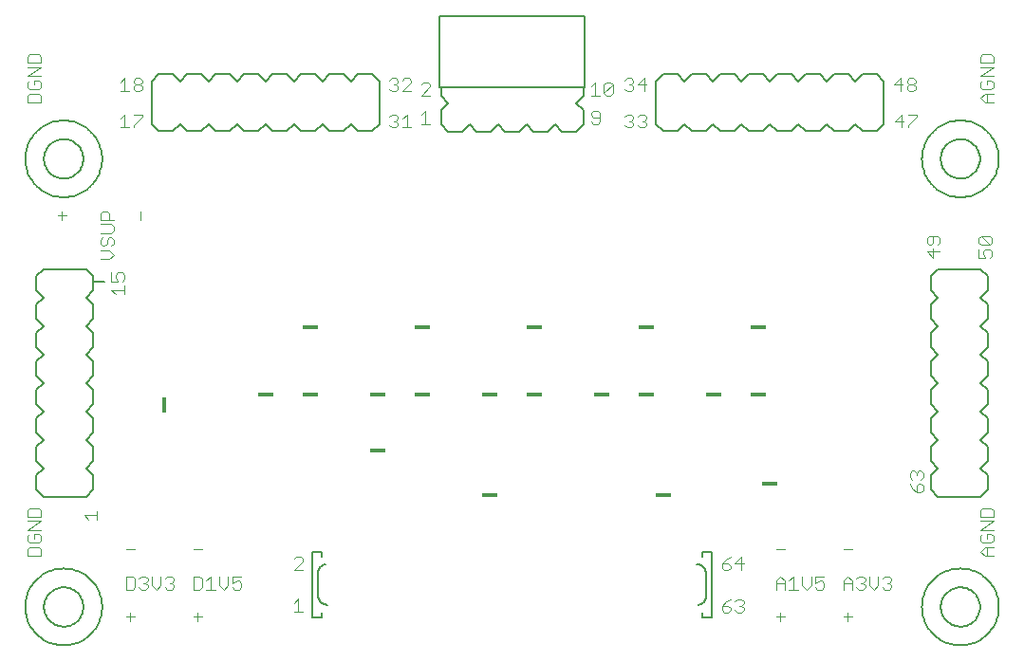
<source format=gto>
G75*
G70*
%OFA0B0*%
%FSLAX24Y24*%
%IPPOS*%
%LPD*%
%AMOC8*
5,1,8,0,0,1.08239X$1,22.5*
%
%ADD10C,0.0040*%
%ADD11C,0.0080*%
%ADD12C,0.0060*%
%ADD13R,0.0160X0.0560*%
%ADD14R,0.0560X0.0160*%
D10*
X004295Y001769D02*
X004602Y001769D01*
X004448Y001923D02*
X004448Y001616D01*
X004525Y002720D02*
X004602Y002797D01*
X004602Y003104D01*
X004525Y003181D01*
X004295Y003181D01*
X004295Y002720D01*
X004525Y002720D01*
X004755Y002797D02*
X004832Y002720D01*
X004985Y002720D01*
X005062Y002797D01*
X005062Y002874D01*
X004985Y002950D01*
X004909Y002950D01*
X004985Y002950D02*
X005062Y003027D01*
X005062Y003104D01*
X004985Y003181D01*
X004832Y003181D01*
X004755Y003104D01*
X005216Y003181D02*
X005216Y002874D01*
X005369Y002720D01*
X005523Y002874D01*
X005523Y003181D01*
X005676Y003104D02*
X005753Y003181D01*
X005906Y003181D01*
X005983Y003104D01*
X005983Y003027D01*
X005906Y002950D01*
X005983Y002874D01*
X005983Y002797D01*
X005906Y002720D01*
X005753Y002720D01*
X005676Y002797D01*
X005829Y002950D02*
X005906Y002950D01*
X006657Y002720D02*
X006887Y002720D01*
X006964Y002797D01*
X006964Y003104D01*
X006887Y003181D01*
X006657Y003181D01*
X006657Y002720D01*
X007118Y002720D02*
X007424Y002720D01*
X007271Y002720D02*
X007271Y003181D01*
X007118Y003027D01*
X007578Y002874D02*
X007731Y002720D01*
X007885Y002874D01*
X007885Y003181D01*
X008038Y003181D02*
X008038Y002950D01*
X008192Y003027D01*
X008268Y003027D01*
X008345Y002950D01*
X008345Y002797D01*
X008268Y002720D01*
X008115Y002720D01*
X008038Y002797D01*
X008038Y003181D02*
X008345Y003181D01*
X007578Y003181D02*
X007578Y002874D01*
X006811Y001923D02*
X006811Y001616D01*
X006964Y001769D02*
X006657Y001769D01*
X006657Y004131D02*
X006964Y004131D01*
X004602Y004131D02*
X004295Y004131D01*
X003290Y005181D02*
X003290Y005488D01*
X003290Y005334D02*
X002830Y005334D01*
X002984Y005181D01*
X001302Y005129D02*
X000842Y005129D01*
X000842Y005282D02*
X000842Y005512D01*
X000919Y005589D01*
X001226Y005589D01*
X001302Y005512D01*
X001302Y005282D01*
X000842Y005282D01*
X000842Y004822D02*
X001302Y005129D01*
X001302Y004822D02*
X000842Y004822D01*
X000919Y004669D02*
X000842Y004592D01*
X000842Y004438D01*
X000919Y004362D01*
X001226Y004362D01*
X001302Y004438D01*
X001302Y004592D01*
X001226Y004669D01*
X001072Y004669D01*
X001072Y004515D01*
X000919Y004208D02*
X000842Y004131D01*
X000842Y003901D01*
X001302Y003901D01*
X001302Y004131D01*
X001226Y004208D01*
X000919Y004208D01*
X010200Y003793D02*
X010277Y003869D01*
X010431Y003869D01*
X010507Y003793D01*
X010507Y003716D01*
X010200Y003409D01*
X010507Y003409D01*
X010354Y002393D02*
X010354Y001933D01*
X010507Y001933D02*
X010200Y001933D01*
X010200Y002240D02*
X010354Y002393D01*
X025225Y002155D02*
X025225Y002002D01*
X025301Y001925D01*
X025455Y001925D01*
X025531Y002002D01*
X025531Y002078D01*
X025455Y002155D01*
X025225Y002155D01*
X025378Y002309D01*
X025531Y002385D01*
X025685Y002309D02*
X025762Y002385D01*
X025915Y002385D01*
X025992Y002309D01*
X025992Y002232D01*
X025915Y002155D01*
X025992Y002078D01*
X025992Y002002D01*
X025915Y001925D01*
X025762Y001925D01*
X025685Y002002D01*
X025838Y002155D02*
X025915Y002155D01*
X027130Y001769D02*
X027436Y001769D01*
X027283Y001616D02*
X027283Y001923D01*
X027130Y002720D02*
X027130Y003027D01*
X027283Y003181D01*
X027436Y003027D01*
X027436Y002720D01*
X027590Y002720D02*
X027897Y002720D01*
X027743Y002720D02*
X027743Y003181D01*
X027590Y003027D01*
X027436Y002950D02*
X027130Y002950D01*
X028050Y002874D02*
X028204Y002720D01*
X028357Y002874D01*
X028357Y003181D01*
X028511Y003181D02*
X028511Y002950D01*
X028664Y003027D01*
X028741Y003027D01*
X028818Y002950D01*
X028818Y002797D01*
X028741Y002720D01*
X028587Y002720D01*
X028511Y002797D01*
X028511Y003181D02*
X028818Y003181D01*
X029492Y003027D02*
X029492Y002720D01*
X029492Y002950D02*
X029799Y002950D01*
X029799Y003027D02*
X029799Y002720D01*
X029952Y002797D02*
X030029Y002720D01*
X030182Y002720D01*
X030259Y002797D01*
X030259Y002874D01*
X030182Y002950D01*
X030106Y002950D01*
X030182Y002950D02*
X030259Y003027D01*
X030259Y003104D01*
X030182Y003181D01*
X030029Y003181D01*
X029952Y003104D01*
X029799Y003027D02*
X029645Y003181D01*
X029492Y003027D01*
X030413Y002874D02*
X030566Y002720D01*
X030719Y002874D01*
X030719Y003181D01*
X030873Y003104D02*
X030950Y003181D01*
X031103Y003181D01*
X031180Y003104D01*
X031180Y003027D01*
X031103Y002950D01*
X031180Y002874D01*
X031180Y002797D01*
X031103Y002720D01*
X030950Y002720D01*
X030873Y002797D01*
X031026Y002950D02*
X031103Y002950D01*
X030413Y002874D02*
X030413Y003181D01*
X029799Y004131D02*
X029492Y004131D01*
X028050Y003181D02*
X028050Y002874D01*
X027436Y004131D02*
X027130Y004131D01*
X025992Y003631D02*
X025685Y003631D01*
X025915Y003862D01*
X025915Y003401D01*
X025531Y003478D02*
X025531Y003555D01*
X025455Y003631D01*
X025225Y003631D01*
X025225Y003478D01*
X025301Y003401D01*
X025455Y003401D01*
X025531Y003478D01*
X025225Y003631D02*
X025378Y003785D01*
X025531Y003862D01*
X029492Y001769D02*
X029799Y001769D01*
X029645Y001923D02*
X029645Y001616D01*
X034306Y004055D02*
X034460Y003901D01*
X034767Y003901D01*
X034537Y003901D02*
X034537Y004208D01*
X034460Y004208D02*
X034767Y004208D01*
X034690Y004362D02*
X034767Y004438D01*
X034767Y004592D01*
X034690Y004669D01*
X034537Y004669D01*
X034537Y004515D01*
X034690Y004362D02*
X034383Y004362D01*
X034306Y004438D01*
X034306Y004592D01*
X034383Y004669D01*
X034306Y004822D02*
X034767Y005129D01*
X034306Y005129D01*
X034306Y005282D02*
X034306Y005512D01*
X034383Y005589D01*
X034690Y005589D01*
X034767Y005512D01*
X034767Y005282D01*
X034306Y005282D01*
X034306Y004822D02*
X034767Y004822D01*
X034460Y004208D02*
X034306Y004055D01*
X032218Y006130D02*
X032064Y006130D01*
X032064Y006360D01*
X032141Y006437D01*
X032218Y006437D01*
X032294Y006360D01*
X032294Y006207D01*
X032218Y006130D01*
X032064Y006130D02*
X031911Y006284D01*
X031834Y006437D01*
X031911Y006590D02*
X031834Y006667D01*
X031834Y006821D01*
X031911Y006897D01*
X031987Y006897D01*
X032064Y006821D01*
X032141Y006897D01*
X032218Y006897D01*
X032294Y006821D01*
X032294Y006667D01*
X032218Y006590D01*
X032064Y006744D02*
X032064Y006821D01*
X032655Y014388D02*
X032655Y014695D01*
X032578Y014848D02*
X032501Y014848D01*
X032425Y014925D01*
X032425Y015079D01*
X032501Y015155D01*
X032808Y015155D01*
X032885Y015079D01*
X032885Y014925D01*
X032808Y014848D01*
X032655Y014925D02*
X032655Y015155D01*
X032655Y014925D02*
X032578Y014848D01*
X032425Y014618D02*
X032655Y014388D01*
X032885Y014618D02*
X032425Y014618D01*
X034255Y014686D02*
X034255Y014379D01*
X034485Y014379D01*
X034409Y014533D01*
X034409Y014609D01*
X034485Y014686D01*
X034639Y014686D01*
X034716Y014609D01*
X034716Y014456D01*
X034639Y014379D01*
X034639Y014840D02*
X034332Y015147D01*
X034639Y015147D01*
X034716Y015070D01*
X034716Y014916D01*
X034639Y014840D01*
X034332Y014840D01*
X034255Y014916D01*
X034255Y015070D01*
X034332Y015147D01*
X031763Y018960D02*
X031763Y019037D01*
X032070Y019344D01*
X032070Y019421D01*
X031763Y019421D01*
X031533Y019421D02*
X031303Y019190D01*
X031610Y019190D01*
X031533Y018960D02*
X031533Y019421D01*
X031494Y020240D02*
X031494Y020700D01*
X031263Y020470D01*
X031570Y020470D01*
X031724Y020393D02*
X031801Y020470D01*
X031954Y020470D01*
X032031Y020393D01*
X032031Y020317D01*
X031954Y020240D01*
X031801Y020240D01*
X031724Y020317D01*
X031724Y020393D01*
X031801Y020470D02*
X031724Y020547D01*
X031724Y020623D01*
X031801Y020700D01*
X031954Y020700D01*
X032031Y020623D01*
X032031Y020547D01*
X031954Y020470D01*
X034306Y020537D02*
X034306Y020383D01*
X034383Y020306D01*
X034690Y020306D01*
X034767Y020383D01*
X034767Y020537D01*
X034690Y020613D01*
X034537Y020613D01*
X034537Y020460D01*
X034383Y020613D02*
X034306Y020537D01*
X034306Y020767D02*
X034767Y021074D01*
X034306Y021074D01*
X034306Y021227D02*
X034306Y021457D01*
X034383Y021534D01*
X034690Y021534D01*
X034767Y021457D01*
X034767Y021227D01*
X034306Y021227D01*
X034306Y020767D02*
X034767Y020767D01*
X034767Y020153D02*
X034460Y020153D01*
X034306Y020000D01*
X034460Y019846D01*
X034767Y019846D01*
X034537Y019846D02*
X034537Y020153D01*
X022582Y020470D02*
X022275Y020470D01*
X022505Y020700D01*
X022505Y020240D01*
X022122Y020317D02*
X022045Y020240D01*
X021891Y020240D01*
X021815Y020317D01*
X021968Y020470D02*
X022045Y020470D01*
X022122Y020393D01*
X022122Y020317D01*
X022045Y020470D02*
X022122Y020547D01*
X022122Y020623D01*
X022045Y020700D01*
X021891Y020700D01*
X021815Y020623D01*
X021395Y020472D02*
X021088Y020165D01*
X021165Y020088D01*
X021318Y020088D01*
X021395Y020165D01*
X021395Y020472D01*
X021318Y020549D01*
X021165Y020549D01*
X021088Y020472D01*
X021088Y020165D01*
X020935Y020088D02*
X020628Y020088D01*
X020781Y020088D02*
X020781Y020549D01*
X020628Y020395D01*
X020704Y019549D02*
X020628Y019472D01*
X020628Y019395D01*
X020704Y019318D01*
X020935Y019318D01*
X020935Y019165D02*
X020935Y019472D01*
X020858Y019549D01*
X020704Y019549D01*
X020628Y019165D02*
X020704Y019088D01*
X020858Y019088D01*
X020935Y019165D01*
X021815Y019037D02*
X021891Y018960D01*
X022045Y018960D01*
X022122Y019037D01*
X022122Y019114D01*
X022045Y019190D01*
X021968Y019190D01*
X022045Y019190D02*
X022122Y019267D01*
X022122Y019344D01*
X022045Y019421D01*
X021891Y019421D01*
X021815Y019344D01*
X022275Y019344D02*
X022352Y019421D01*
X022505Y019421D01*
X022582Y019344D01*
X022582Y019267D01*
X022505Y019190D01*
X022582Y019114D01*
X022582Y019037D01*
X022505Y018960D01*
X022352Y018960D01*
X022275Y019037D01*
X022428Y019190D02*
X022505Y019190D01*
X014974Y019088D02*
X014667Y019088D01*
X014821Y019088D02*
X014821Y019549D01*
X014667Y019395D01*
X014161Y019421D02*
X014161Y018960D01*
X014314Y018960D02*
X014007Y018960D01*
X013854Y019037D02*
X013854Y019114D01*
X013777Y019190D01*
X013700Y019190D01*
X013777Y019190D02*
X013854Y019267D01*
X013854Y019344D01*
X013777Y019421D01*
X013624Y019421D01*
X013547Y019344D01*
X013547Y019037D02*
X013624Y018960D01*
X013777Y018960D01*
X013854Y019037D01*
X014007Y019267D02*
X014161Y019421D01*
X014314Y020240D02*
X014007Y020240D01*
X014314Y020547D01*
X014314Y020623D01*
X014237Y020700D01*
X014084Y020700D01*
X014007Y020623D01*
X013854Y020623D02*
X013854Y020547D01*
X013777Y020470D01*
X013854Y020393D01*
X013854Y020317D01*
X013777Y020240D01*
X013624Y020240D01*
X013547Y020317D01*
X013700Y020470D02*
X013777Y020470D01*
X013854Y020623D02*
X013777Y020700D01*
X013624Y020700D01*
X013547Y020623D01*
X014667Y020472D02*
X014744Y020549D01*
X014897Y020549D01*
X014974Y020472D01*
X014974Y020395D01*
X014667Y020088D01*
X014974Y020088D01*
X004865Y020317D02*
X004789Y020240D01*
X004635Y020240D01*
X004558Y020317D01*
X004558Y020393D01*
X004635Y020470D01*
X004789Y020470D01*
X004865Y020393D01*
X004865Y020317D01*
X004789Y020470D02*
X004865Y020547D01*
X004865Y020623D01*
X004789Y020700D01*
X004635Y020700D01*
X004558Y020623D01*
X004558Y020547D01*
X004635Y020470D01*
X004405Y020240D02*
X004098Y020240D01*
X004252Y020240D02*
X004252Y020700D01*
X004098Y020547D01*
X004252Y019421D02*
X004252Y018960D01*
X004405Y018960D02*
X004098Y018960D01*
X004098Y019267D02*
X004252Y019421D01*
X004558Y019421D02*
X004865Y019421D01*
X004865Y019344D01*
X004558Y019037D01*
X004558Y018960D01*
X001302Y019846D02*
X001302Y020076D01*
X001226Y020153D01*
X000919Y020153D01*
X000842Y020076D01*
X000842Y019846D01*
X001302Y019846D01*
X001226Y020306D02*
X000919Y020306D01*
X000842Y020383D01*
X000842Y020537D01*
X000919Y020613D01*
X001072Y020613D02*
X001072Y020460D01*
X001072Y020613D02*
X001226Y020613D01*
X001302Y020537D01*
X001302Y020383D01*
X001226Y020306D01*
X001302Y020767D02*
X000842Y020767D01*
X001302Y021074D01*
X000842Y021074D01*
X000842Y021227D02*
X000842Y021457D01*
X000919Y021534D01*
X001226Y021534D01*
X001302Y021457D01*
X001302Y021227D01*
X000842Y021227D01*
X002056Y016019D02*
X002056Y015712D01*
X001903Y015866D02*
X002210Y015866D01*
X003401Y015946D02*
X003401Y015715D01*
X003861Y015715D01*
X003708Y015715D02*
X003708Y015946D01*
X003631Y016022D01*
X003478Y016022D01*
X003401Y015946D01*
X003401Y015562D02*
X003785Y015562D01*
X003861Y015485D01*
X003861Y015332D01*
X003785Y015255D01*
X003401Y015255D01*
X003478Y015102D02*
X003401Y015025D01*
X003401Y014871D01*
X003478Y014795D01*
X003554Y014795D01*
X003631Y014871D01*
X003631Y015025D01*
X003708Y015102D01*
X003785Y015102D01*
X003861Y015025D01*
X003861Y014871D01*
X003785Y014795D01*
X003708Y014641D02*
X003401Y014641D01*
X003401Y014334D02*
X003708Y014334D01*
X003861Y014488D01*
X003708Y014641D01*
X003775Y013859D02*
X003775Y013553D01*
X004005Y013553D01*
X003928Y013706D01*
X003928Y013783D01*
X004005Y013859D01*
X004159Y013859D01*
X004235Y013783D01*
X004235Y013629D01*
X004159Y013553D01*
X004235Y013399D02*
X004235Y013092D01*
X004235Y013246D02*
X003775Y013246D01*
X003928Y013092D01*
X004812Y015712D02*
X004812Y016019D01*
D11*
X001421Y002110D02*
X001423Y002162D01*
X001429Y002214D01*
X001439Y002265D01*
X001452Y002315D01*
X001470Y002365D01*
X001491Y002412D01*
X001515Y002458D01*
X001544Y002502D01*
X001575Y002544D01*
X001609Y002583D01*
X001646Y002620D01*
X001686Y002653D01*
X001729Y002684D01*
X001773Y002711D01*
X001819Y002735D01*
X001868Y002755D01*
X001917Y002771D01*
X001968Y002784D01*
X002019Y002793D01*
X002071Y002798D01*
X002123Y002799D01*
X002175Y002796D01*
X002227Y002789D01*
X002278Y002778D01*
X002328Y002764D01*
X002377Y002745D01*
X002424Y002723D01*
X002469Y002698D01*
X002513Y002669D01*
X002554Y002637D01*
X002593Y002602D01*
X002628Y002564D01*
X002661Y002523D01*
X002691Y002481D01*
X002717Y002436D01*
X002740Y002389D01*
X002759Y002340D01*
X002775Y002290D01*
X002787Y002240D01*
X002795Y002188D01*
X002799Y002136D01*
X002799Y002084D01*
X002795Y002032D01*
X002787Y001980D01*
X002775Y001930D01*
X002759Y001880D01*
X002740Y001831D01*
X002717Y001784D01*
X002691Y001739D01*
X002661Y001697D01*
X002628Y001656D01*
X002593Y001618D01*
X002554Y001583D01*
X002513Y001551D01*
X002469Y001522D01*
X002424Y001497D01*
X002377Y001475D01*
X002328Y001456D01*
X002278Y001442D01*
X002227Y001431D01*
X002175Y001424D01*
X002123Y001421D01*
X002071Y001422D01*
X002019Y001427D01*
X001968Y001436D01*
X001917Y001449D01*
X001868Y001465D01*
X001819Y001485D01*
X001773Y001509D01*
X001729Y001536D01*
X001686Y001567D01*
X001646Y001600D01*
X001609Y001637D01*
X001575Y001676D01*
X001544Y001718D01*
X001515Y001762D01*
X001491Y001808D01*
X001470Y001855D01*
X001452Y001905D01*
X001439Y001955D01*
X001429Y002006D01*
X001423Y002058D01*
X001421Y002110D01*
X001399Y005984D02*
X002899Y005984D01*
X003149Y006234D01*
X003149Y006734D01*
X002899Y006984D01*
X003149Y007234D01*
X003149Y007734D01*
X002899Y007984D01*
X003149Y008234D01*
X003149Y008734D01*
X002899Y008984D01*
X003149Y009234D01*
X003149Y009734D01*
X002899Y009984D01*
X003149Y010234D01*
X003149Y010734D01*
X002899Y010984D01*
X003149Y011234D01*
X003149Y011734D01*
X002899Y011984D01*
X003149Y012234D01*
X003149Y012734D01*
X002899Y012984D01*
X003149Y013234D01*
X003149Y013734D01*
X002899Y013984D01*
X001399Y013984D01*
X001149Y013734D01*
X001149Y013234D01*
X001399Y012984D01*
X001149Y012734D01*
X001149Y012234D01*
X001399Y011984D01*
X001149Y011734D01*
X001149Y011234D01*
X001399Y010984D01*
X001149Y010734D01*
X001149Y010234D01*
X001399Y009984D01*
X001149Y009734D01*
X001149Y009234D01*
X001399Y008984D01*
X001149Y008734D01*
X001149Y008234D01*
X001399Y007984D01*
X001149Y007734D01*
X001149Y007234D01*
X001399Y006984D01*
X001149Y006734D01*
X001149Y006234D01*
X001399Y005984D01*
X010842Y004047D02*
X010842Y001747D01*
X011180Y001747D01*
X011180Y001913D01*
X011047Y002511D02*
X011047Y003299D01*
X011047Y003298D02*
X011046Y003331D01*
X011049Y003363D01*
X011056Y003394D01*
X011067Y003425D01*
X011080Y003454D01*
X011097Y003482D01*
X011117Y003507D01*
X011139Y003530D01*
X011164Y003551D01*
X011192Y003568D01*
X011221Y003583D01*
X011251Y003594D01*
X011282Y003601D01*
X011314Y003605D01*
X011173Y003881D02*
X011173Y004047D01*
X010842Y004047D01*
X011047Y002503D02*
X011049Y002470D01*
X011055Y002437D01*
X011064Y002405D01*
X011076Y002374D01*
X011092Y002344D01*
X011110Y002316D01*
X011132Y002291D01*
X011155Y002267D01*
X011182Y002247D01*
X011210Y002229D01*
X011240Y002214D01*
X011271Y002202D01*
X011304Y002194D01*
X011337Y002189D01*
X011370Y002188D01*
X024401Y002189D02*
X024433Y002193D01*
X024464Y002200D01*
X024494Y002211D01*
X024523Y002226D01*
X024551Y002243D01*
X024576Y002264D01*
X024598Y002287D01*
X024618Y002312D01*
X024635Y002340D01*
X024648Y002369D01*
X024659Y002400D01*
X024666Y002431D01*
X024669Y002463D01*
X024668Y002496D01*
X024669Y002495D02*
X024669Y003283D01*
X024669Y003291D02*
X024667Y003324D01*
X024661Y003357D01*
X024652Y003389D01*
X024640Y003420D01*
X024624Y003450D01*
X024606Y003478D01*
X024584Y003503D01*
X024561Y003527D01*
X024534Y003547D01*
X024506Y003565D01*
X024476Y003580D01*
X024445Y003592D01*
X024412Y003600D01*
X024379Y003605D01*
X024346Y003606D01*
X024535Y003881D02*
X024535Y004047D01*
X024889Y004047D01*
X024889Y001747D01*
X024543Y001747D01*
X024543Y001913D01*
X032566Y006234D02*
X032816Y005984D01*
X034316Y005984D01*
X034566Y006234D01*
X034566Y006734D01*
X034316Y006984D01*
X034566Y007234D01*
X034566Y007734D01*
X034316Y007984D01*
X034566Y008234D01*
X034566Y008734D01*
X034316Y008984D01*
X034566Y009234D01*
X034566Y009734D01*
X034316Y009984D01*
X034566Y010234D01*
X034566Y010734D01*
X034316Y010984D01*
X034566Y011234D01*
X034566Y011734D01*
X034316Y011984D01*
X034566Y012234D01*
X034566Y012734D01*
X034316Y012984D01*
X034566Y013234D01*
X034566Y013734D01*
X034316Y013984D01*
X032816Y013984D01*
X032566Y013734D01*
X032566Y013234D01*
X032816Y012984D01*
X032566Y012734D01*
X032566Y012234D01*
X032816Y011984D01*
X032566Y011734D01*
X032566Y011234D01*
X032816Y010984D01*
X032566Y010734D01*
X032566Y010234D01*
X032816Y009984D01*
X032566Y009734D01*
X032566Y009234D01*
X032816Y008984D01*
X032566Y008734D01*
X032566Y008234D01*
X032816Y007984D01*
X032566Y007734D01*
X032566Y007234D01*
X032816Y006984D01*
X032566Y006734D01*
X032566Y006234D01*
X032917Y002110D02*
X032919Y002162D01*
X032925Y002214D01*
X032935Y002265D01*
X032948Y002315D01*
X032966Y002365D01*
X032987Y002412D01*
X033011Y002458D01*
X033040Y002502D01*
X033071Y002544D01*
X033105Y002583D01*
X033142Y002620D01*
X033182Y002653D01*
X033225Y002684D01*
X033269Y002711D01*
X033315Y002735D01*
X033364Y002755D01*
X033413Y002771D01*
X033464Y002784D01*
X033515Y002793D01*
X033567Y002798D01*
X033619Y002799D01*
X033671Y002796D01*
X033723Y002789D01*
X033774Y002778D01*
X033824Y002764D01*
X033873Y002745D01*
X033920Y002723D01*
X033965Y002698D01*
X034009Y002669D01*
X034050Y002637D01*
X034089Y002602D01*
X034124Y002564D01*
X034157Y002523D01*
X034187Y002481D01*
X034213Y002436D01*
X034236Y002389D01*
X034255Y002340D01*
X034271Y002290D01*
X034283Y002240D01*
X034291Y002188D01*
X034295Y002136D01*
X034295Y002084D01*
X034291Y002032D01*
X034283Y001980D01*
X034271Y001930D01*
X034255Y001880D01*
X034236Y001831D01*
X034213Y001784D01*
X034187Y001739D01*
X034157Y001697D01*
X034124Y001656D01*
X034089Y001618D01*
X034050Y001583D01*
X034009Y001551D01*
X033965Y001522D01*
X033920Y001497D01*
X033873Y001475D01*
X033824Y001456D01*
X033774Y001442D01*
X033723Y001431D01*
X033671Y001424D01*
X033619Y001421D01*
X033567Y001422D01*
X033515Y001427D01*
X033464Y001436D01*
X033413Y001449D01*
X033364Y001465D01*
X033315Y001485D01*
X033269Y001509D01*
X033225Y001536D01*
X033182Y001567D01*
X033142Y001600D01*
X033105Y001637D01*
X033071Y001676D01*
X033040Y001718D01*
X033011Y001762D01*
X032987Y001808D01*
X032966Y001855D01*
X032948Y001905D01*
X032935Y001955D01*
X032925Y002006D01*
X032919Y002058D01*
X032917Y002110D01*
X032917Y017858D02*
X032919Y017910D01*
X032925Y017962D01*
X032935Y018013D01*
X032948Y018063D01*
X032966Y018113D01*
X032987Y018160D01*
X033011Y018206D01*
X033040Y018250D01*
X033071Y018292D01*
X033105Y018331D01*
X033142Y018368D01*
X033182Y018401D01*
X033225Y018432D01*
X033269Y018459D01*
X033315Y018483D01*
X033364Y018503D01*
X033413Y018519D01*
X033464Y018532D01*
X033515Y018541D01*
X033567Y018546D01*
X033619Y018547D01*
X033671Y018544D01*
X033723Y018537D01*
X033774Y018526D01*
X033824Y018512D01*
X033873Y018493D01*
X033920Y018471D01*
X033965Y018446D01*
X034009Y018417D01*
X034050Y018385D01*
X034089Y018350D01*
X034124Y018312D01*
X034157Y018271D01*
X034187Y018229D01*
X034213Y018184D01*
X034236Y018137D01*
X034255Y018088D01*
X034271Y018038D01*
X034283Y017988D01*
X034291Y017936D01*
X034295Y017884D01*
X034295Y017832D01*
X034291Y017780D01*
X034283Y017728D01*
X034271Y017678D01*
X034255Y017628D01*
X034236Y017579D01*
X034213Y017532D01*
X034187Y017487D01*
X034157Y017445D01*
X034124Y017404D01*
X034089Y017366D01*
X034050Y017331D01*
X034009Y017299D01*
X033965Y017270D01*
X033920Y017245D01*
X033873Y017223D01*
X033824Y017204D01*
X033774Y017190D01*
X033723Y017179D01*
X033671Y017172D01*
X033619Y017169D01*
X033567Y017170D01*
X033515Y017175D01*
X033464Y017184D01*
X033413Y017197D01*
X033364Y017213D01*
X033315Y017233D01*
X033269Y017257D01*
X033225Y017284D01*
X033182Y017315D01*
X033142Y017348D01*
X033105Y017385D01*
X033071Y017424D01*
X033040Y017466D01*
X033011Y017510D01*
X032987Y017556D01*
X032966Y017603D01*
X032948Y017653D01*
X032935Y017703D01*
X032925Y017754D01*
X032919Y017806D01*
X032917Y017858D01*
X030913Y019076D02*
X030913Y020576D01*
X030663Y020826D01*
X030163Y020826D01*
X029913Y020576D01*
X029663Y020826D01*
X029163Y020826D01*
X028913Y020576D01*
X028663Y020826D01*
X028163Y020826D01*
X027913Y020576D01*
X027663Y020826D01*
X027163Y020826D01*
X026913Y020576D01*
X026663Y020826D01*
X026163Y020826D01*
X025913Y020576D01*
X025663Y020826D01*
X025163Y020826D01*
X024913Y020576D01*
X024663Y020826D01*
X024163Y020826D01*
X023913Y020576D01*
X023663Y020826D01*
X023163Y020826D01*
X022913Y020576D01*
X022913Y019076D01*
X023163Y018826D01*
X023663Y018826D01*
X023913Y019076D01*
X024163Y018826D01*
X024663Y018826D01*
X024913Y019076D01*
X025163Y018826D01*
X025663Y018826D01*
X025913Y019076D01*
X026163Y018826D01*
X026663Y018826D01*
X026913Y019076D01*
X027163Y018826D01*
X027663Y018826D01*
X027913Y019076D01*
X028163Y018826D01*
X028663Y018826D01*
X028913Y019076D01*
X029163Y018826D01*
X029663Y018826D01*
X029913Y019076D01*
X030163Y018826D01*
X030663Y018826D01*
X030913Y019076D01*
X020408Y020360D02*
X020408Y022868D01*
X015307Y022868D01*
X015307Y020360D01*
X020408Y020360D01*
X020358Y020368D02*
X020358Y020068D01*
X020108Y019818D01*
X020358Y019568D01*
X020358Y019068D01*
X020108Y018818D01*
X019608Y018818D01*
X019358Y019068D01*
X019108Y018818D01*
X018608Y018818D01*
X018358Y019068D01*
X018108Y018818D01*
X017608Y018818D01*
X017358Y019068D01*
X017108Y018818D01*
X016608Y018818D01*
X016358Y019068D01*
X016108Y018818D01*
X015608Y018818D01*
X015358Y019068D01*
X015358Y019568D01*
X015608Y019818D01*
X015358Y020068D01*
X015358Y020368D01*
X013196Y020576D02*
X013196Y019076D01*
X012946Y018826D01*
X012446Y018826D01*
X012196Y019076D01*
X011946Y018826D01*
X011446Y018826D01*
X011196Y019076D01*
X010946Y018826D01*
X010446Y018826D01*
X010196Y019076D01*
X009946Y018826D01*
X009446Y018826D01*
X009196Y019076D01*
X008946Y018826D01*
X008446Y018826D01*
X008196Y019076D01*
X007946Y018826D01*
X007446Y018826D01*
X007196Y019076D01*
X006946Y018826D01*
X006446Y018826D01*
X006196Y019076D01*
X005946Y018826D01*
X005446Y018826D01*
X005196Y019076D01*
X005196Y020576D01*
X005446Y020826D01*
X005946Y020826D01*
X006196Y020576D01*
X006446Y020826D01*
X006946Y020826D01*
X007196Y020576D01*
X007446Y020826D01*
X007946Y020826D01*
X008196Y020576D01*
X008446Y020826D01*
X008946Y020826D01*
X009196Y020576D01*
X009446Y020826D01*
X009946Y020826D01*
X010196Y020576D01*
X010446Y020826D01*
X010946Y020826D01*
X011196Y020576D01*
X011446Y020826D01*
X011946Y020826D01*
X012196Y020576D01*
X012446Y020826D01*
X012946Y020826D01*
X013196Y020576D01*
X001421Y017858D02*
X001423Y017910D01*
X001429Y017962D01*
X001439Y018013D01*
X001452Y018063D01*
X001470Y018113D01*
X001491Y018160D01*
X001515Y018206D01*
X001544Y018250D01*
X001575Y018292D01*
X001609Y018331D01*
X001646Y018368D01*
X001686Y018401D01*
X001729Y018432D01*
X001773Y018459D01*
X001819Y018483D01*
X001868Y018503D01*
X001917Y018519D01*
X001968Y018532D01*
X002019Y018541D01*
X002071Y018546D01*
X002123Y018547D01*
X002175Y018544D01*
X002227Y018537D01*
X002278Y018526D01*
X002328Y018512D01*
X002377Y018493D01*
X002424Y018471D01*
X002469Y018446D01*
X002513Y018417D01*
X002554Y018385D01*
X002593Y018350D01*
X002628Y018312D01*
X002661Y018271D01*
X002691Y018229D01*
X002717Y018184D01*
X002740Y018137D01*
X002759Y018088D01*
X002775Y018038D01*
X002787Y017988D01*
X002795Y017936D01*
X002799Y017884D01*
X002799Y017832D01*
X002795Y017780D01*
X002787Y017728D01*
X002775Y017678D01*
X002759Y017628D01*
X002740Y017579D01*
X002717Y017532D01*
X002691Y017487D01*
X002661Y017445D01*
X002628Y017404D01*
X002593Y017366D01*
X002554Y017331D01*
X002513Y017299D01*
X002469Y017270D01*
X002424Y017245D01*
X002377Y017223D01*
X002328Y017204D01*
X002278Y017190D01*
X002227Y017179D01*
X002175Y017172D01*
X002123Y017169D01*
X002071Y017170D01*
X002019Y017175D01*
X001968Y017184D01*
X001917Y017197D01*
X001868Y017213D01*
X001819Y017233D01*
X001773Y017257D01*
X001729Y017284D01*
X001686Y017315D01*
X001646Y017348D01*
X001609Y017385D01*
X001575Y017424D01*
X001544Y017466D01*
X001515Y017510D01*
X001491Y017556D01*
X001470Y017603D01*
X001452Y017653D01*
X001439Y017703D01*
X001429Y017754D01*
X001423Y017806D01*
X001421Y017858D01*
X003173Y013527D02*
X003527Y013527D01*
D12*
X000760Y017858D02*
X000762Y017931D01*
X000768Y018004D01*
X000778Y018076D01*
X000792Y018148D01*
X000809Y018219D01*
X000831Y018289D01*
X000856Y018358D01*
X000885Y018425D01*
X000917Y018490D01*
X000953Y018554D01*
X000993Y018616D01*
X001035Y018675D01*
X001081Y018732D01*
X001130Y018786D01*
X001182Y018838D01*
X001236Y018887D01*
X001293Y018933D01*
X001352Y018975D01*
X001414Y019015D01*
X001478Y019051D01*
X001543Y019083D01*
X001610Y019112D01*
X001679Y019137D01*
X001749Y019159D01*
X001820Y019176D01*
X001892Y019190D01*
X001964Y019200D01*
X002037Y019206D01*
X002110Y019208D01*
X002183Y019206D01*
X002256Y019200D01*
X002328Y019190D01*
X002400Y019176D01*
X002471Y019159D01*
X002541Y019137D01*
X002610Y019112D01*
X002677Y019083D01*
X002742Y019051D01*
X002806Y019015D01*
X002868Y018975D01*
X002927Y018933D01*
X002984Y018887D01*
X003038Y018838D01*
X003090Y018786D01*
X003139Y018732D01*
X003185Y018675D01*
X003227Y018616D01*
X003267Y018554D01*
X003303Y018490D01*
X003335Y018425D01*
X003364Y018358D01*
X003389Y018289D01*
X003411Y018219D01*
X003428Y018148D01*
X003442Y018076D01*
X003452Y018004D01*
X003458Y017931D01*
X003460Y017858D01*
X003458Y017785D01*
X003452Y017712D01*
X003442Y017640D01*
X003428Y017568D01*
X003411Y017497D01*
X003389Y017427D01*
X003364Y017358D01*
X003335Y017291D01*
X003303Y017226D01*
X003267Y017162D01*
X003227Y017100D01*
X003185Y017041D01*
X003139Y016984D01*
X003090Y016930D01*
X003038Y016878D01*
X002984Y016829D01*
X002927Y016783D01*
X002868Y016741D01*
X002806Y016701D01*
X002742Y016665D01*
X002677Y016633D01*
X002610Y016604D01*
X002541Y016579D01*
X002471Y016557D01*
X002400Y016540D01*
X002328Y016526D01*
X002256Y016516D01*
X002183Y016510D01*
X002110Y016508D01*
X002037Y016510D01*
X001964Y016516D01*
X001892Y016526D01*
X001820Y016540D01*
X001749Y016557D01*
X001679Y016579D01*
X001610Y016604D01*
X001543Y016633D01*
X001478Y016665D01*
X001414Y016701D01*
X001352Y016741D01*
X001293Y016783D01*
X001236Y016829D01*
X001182Y016878D01*
X001130Y016930D01*
X001081Y016984D01*
X001035Y017041D01*
X000993Y017100D01*
X000953Y017162D01*
X000917Y017226D01*
X000885Y017291D01*
X000856Y017358D01*
X000831Y017427D01*
X000809Y017497D01*
X000792Y017568D01*
X000778Y017640D01*
X000768Y017712D01*
X000762Y017785D01*
X000760Y017858D01*
X000760Y002110D02*
X000762Y002183D01*
X000768Y002256D01*
X000778Y002328D01*
X000792Y002400D01*
X000809Y002471D01*
X000831Y002541D01*
X000856Y002610D01*
X000885Y002677D01*
X000917Y002742D01*
X000953Y002806D01*
X000993Y002868D01*
X001035Y002927D01*
X001081Y002984D01*
X001130Y003038D01*
X001182Y003090D01*
X001236Y003139D01*
X001293Y003185D01*
X001352Y003227D01*
X001414Y003267D01*
X001478Y003303D01*
X001543Y003335D01*
X001610Y003364D01*
X001679Y003389D01*
X001749Y003411D01*
X001820Y003428D01*
X001892Y003442D01*
X001964Y003452D01*
X002037Y003458D01*
X002110Y003460D01*
X002183Y003458D01*
X002256Y003452D01*
X002328Y003442D01*
X002400Y003428D01*
X002471Y003411D01*
X002541Y003389D01*
X002610Y003364D01*
X002677Y003335D01*
X002742Y003303D01*
X002806Y003267D01*
X002868Y003227D01*
X002927Y003185D01*
X002984Y003139D01*
X003038Y003090D01*
X003090Y003038D01*
X003139Y002984D01*
X003185Y002927D01*
X003227Y002868D01*
X003267Y002806D01*
X003303Y002742D01*
X003335Y002677D01*
X003364Y002610D01*
X003389Y002541D01*
X003411Y002471D01*
X003428Y002400D01*
X003442Y002328D01*
X003452Y002256D01*
X003458Y002183D01*
X003460Y002110D01*
X003458Y002037D01*
X003452Y001964D01*
X003442Y001892D01*
X003428Y001820D01*
X003411Y001749D01*
X003389Y001679D01*
X003364Y001610D01*
X003335Y001543D01*
X003303Y001478D01*
X003267Y001414D01*
X003227Y001352D01*
X003185Y001293D01*
X003139Y001236D01*
X003090Y001182D01*
X003038Y001130D01*
X002984Y001081D01*
X002927Y001035D01*
X002868Y000993D01*
X002806Y000953D01*
X002742Y000917D01*
X002677Y000885D01*
X002610Y000856D01*
X002541Y000831D01*
X002471Y000809D01*
X002400Y000792D01*
X002328Y000778D01*
X002256Y000768D01*
X002183Y000762D01*
X002110Y000760D01*
X002037Y000762D01*
X001964Y000768D01*
X001892Y000778D01*
X001820Y000792D01*
X001749Y000809D01*
X001679Y000831D01*
X001610Y000856D01*
X001543Y000885D01*
X001478Y000917D01*
X001414Y000953D01*
X001352Y000993D01*
X001293Y001035D01*
X001236Y001081D01*
X001182Y001130D01*
X001130Y001182D01*
X001081Y001236D01*
X001035Y001293D01*
X000993Y001352D01*
X000953Y001414D01*
X000917Y001478D01*
X000885Y001543D01*
X000856Y001610D01*
X000831Y001679D01*
X000809Y001749D01*
X000792Y001820D01*
X000778Y001892D01*
X000768Y001964D01*
X000762Y002037D01*
X000760Y002110D01*
X032256Y002110D02*
X032258Y002183D01*
X032264Y002256D01*
X032274Y002328D01*
X032288Y002400D01*
X032305Y002471D01*
X032327Y002541D01*
X032352Y002610D01*
X032381Y002677D01*
X032413Y002742D01*
X032449Y002806D01*
X032489Y002868D01*
X032531Y002927D01*
X032577Y002984D01*
X032626Y003038D01*
X032678Y003090D01*
X032732Y003139D01*
X032789Y003185D01*
X032848Y003227D01*
X032910Y003267D01*
X032974Y003303D01*
X033039Y003335D01*
X033106Y003364D01*
X033175Y003389D01*
X033245Y003411D01*
X033316Y003428D01*
X033388Y003442D01*
X033460Y003452D01*
X033533Y003458D01*
X033606Y003460D01*
X033679Y003458D01*
X033752Y003452D01*
X033824Y003442D01*
X033896Y003428D01*
X033967Y003411D01*
X034037Y003389D01*
X034106Y003364D01*
X034173Y003335D01*
X034238Y003303D01*
X034302Y003267D01*
X034364Y003227D01*
X034423Y003185D01*
X034480Y003139D01*
X034534Y003090D01*
X034586Y003038D01*
X034635Y002984D01*
X034681Y002927D01*
X034723Y002868D01*
X034763Y002806D01*
X034799Y002742D01*
X034831Y002677D01*
X034860Y002610D01*
X034885Y002541D01*
X034907Y002471D01*
X034924Y002400D01*
X034938Y002328D01*
X034948Y002256D01*
X034954Y002183D01*
X034956Y002110D01*
X034954Y002037D01*
X034948Y001964D01*
X034938Y001892D01*
X034924Y001820D01*
X034907Y001749D01*
X034885Y001679D01*
X034860Y001610D01*
X034831Y001543D01*
X034799Y001478D01*
X034763Y001414D01*
X034723Y001352D01*
X034681Y001293D01*
X034635Y001236D01*
X034586Y001182D01*
X034534Y001130D01*
X034480Y001081D01*
X034423Y001035D01*
X034364Y000993D01*
X034302Y000953D01*
X034238Y000917D01*
X034173Y000885D01*
X034106Y000856D01*
X034037Y000831D01*
X033967Y000809D01*
X033896Y000792D01*
X033824Y000778D01*
X033752Y000768D01*
X033679Y000762D01*
X033606Y000760D01*
X033533Y000762D01*
X033460Y000768D01*
X033388Y000778D01*
X033316Y000792D01*
X033245Y000809D01*
X033175Y000831D01*
X033106Y000856D01*
X033039Y000885D01*
X032974Y000917D01*
X032910Y000953D01*
X032848Y000993D01*
X032789Y001035D01*
X032732Y001081D01*
X032678Y001130D01*
X032626Y001182D01*
X032577Y001236D01*
X032531Y001293D01*
X032489Y001352D01*
X032449Y001414D01*
X032413Y001478D01*
X032381Y001543D01*
X032352Y001610D01*
X032327Y001679D01*
X032305Y001749D01*
X032288Y001820D01*
X032274Y001892D01*
X032264Y001964D01*
X032258Y002037D01*
X032256Y002110D01*
X032256Y017858D02*
X032258Y017931D01*
X032264Y018004D01*
X032274Y018076D01*
X032288Y018148D01*
X032305Y018219D01*
X032327Y018289D01*
X032352Y018358D01*
X032381Y018425D01*
X032413Y018490D01*
X032449Y018554D01*
X032489Y018616D01*
X032531Y018675D01*
X032577Y018732D01*
X032626Y018786D01*
X032678Y018838D01*
X032732Y018887D01*
X032789Y018933D01*
X032848Y018975D01*
X032910Y019015D01*
X032974Y019051D01*
X033039Y019083D01*
X033106Y019112D01*
X033175Y019137D01*
X033245Y019159D01*
X033316Y019176D01*
X033388Y019190D01*
X033460Y019200D01*
X033533Y019206D01*
X033606Y019208D01*
X033679Y019206D01*
X033752Y019200D01*
X033824Y019190D01*
X033896Y019176D01*
X033967Y019159D01*
X034037Y019137D01*
X034106Y019112D01*
X034173Y019083D01*
X034238Y019051D01*
X034302Y019015D01*
X034364Y018975D01*
X034423Y018933D01*
X034480Y018887D01*
X034534Y018838D01*
X034586Y018786D01*
X034635Y018732D01*
X034681Y018675D01*
X034723Y018616D01*
X034763Y018554D01*
X034799Y018490D01*
X034831Y018425D01*
X034860Y018358D01*
X034885Y018289D01*
X034907Y018219D01*
X034924Y018148D01*
X034938Y018076D01*
X034948Y018004D01*
X034954Y017931D01*
X034956Y017858D01*
X034954Y017785D01*
X034948Y017712D01*
X034938Y017640D01*
X034924Y017568D01*
X034907Y017497D01*
X034885Y017427D01*
X034860Y017358D01*
X034831Y017291D01*
X034799Y017226D01*
X034763Y017162D01*
X034723Y017100D01*
X034681Y017041D01*
X034635Y016984D01*
X034586Y016930D01*
X034534Y016878D01*
X034480Y016829D01*
X034423Y016783D01*
X034364Y016741D01*
X034302Y016701D01*
X034238Y016665D01*
X034173Y016633D01*
X034106Y016604D01*
X034037Y016579D01*
X033967Y016557D01*
X033896Y016540D01*
X033824Y016526D01*
X033752Y016516D01*
X033679Y016510D01*
X033606Y016508D01*
X033533Y016510D01*
X033460Y016516D01*
X033388Y016526D01*
X033316Y016540D01*
X033245Y016557D01*
X033175Y016579D01*
X033106Y016604D01*
X033039Y016633D01*
X032974Y016665D01*
X032910Y016701D01*
X032848Y016741D01*
X032789Y016783D01*
X032732Y016829D01*
X032678Y016878D01*
X032626Y016930D01*
X032577Y016984D01*
X032531Y017041D01*
X032489Y017100D01*
X032449Y017162D01*
X032413Y017226D01*
X032381Y017291D01*
X032352Y017358D01*
X032327Y017427D01*
X032305Y017497D01*
X032288Y017568D01*
X032274Y017640D01*
X032264Y017712D01*
X032258Y017785D01*
X032256Y017858D01*
D13*
X005653Y009196D03*
D14*
X009196Y009590D03*
X010771Y009590D03*
X013133Y009590D03*
X014708Y009590D03*
X017070Y009590D03*
X018645Y009590D03*
X021007Y009590D03*
X022582Y009590D03*
X024944Y009590D03*
X026519Y009590D03*
X026519Y011952D03*
X022582Y011952D03*
X018645Y011952D03*
X014708Y011952D03*
X010771Y011952D03*
X013133Y007621D03*
X017070Y006047D03*
X023173Y006047D03*
X026913Y006440D03*
M02*

</source>
